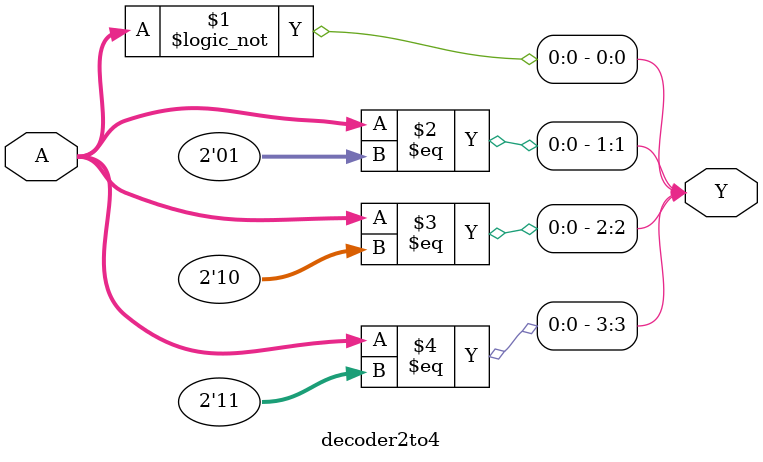
<source format=v>
`timescale 1ns / 1ps


module decoder2to4(
    input wire [1:0] A,
    output wire [3:0] Y
);

assign Y[0] = (A==2'b00);
assign Y[1] = (A==2'b01);
assign Y[2] = (A==2'b10);
assign Y[3] = (A==2'b11);

endmodule

</source>
